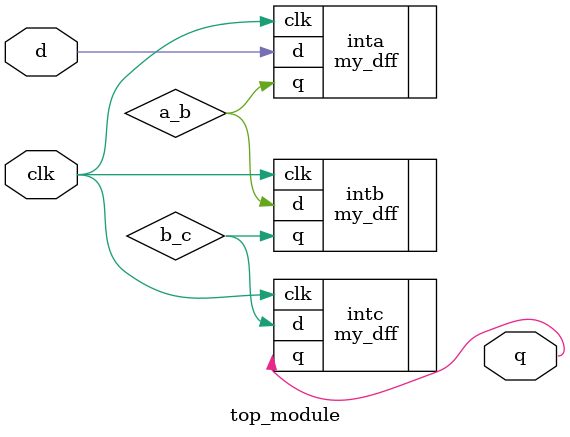
<source format=v>
module top_module ( input clk, input d, output q );

    wire a_b, b_c;
    my_dff inta(.clk(clk), .d(d),   .q(a_b));
    my_dff intb(.clk(clk), .d(a_b), .q(b_c));
    my_dff intc(.clk(clk), .d(b_c), .q(q));

endmodule

</source>
